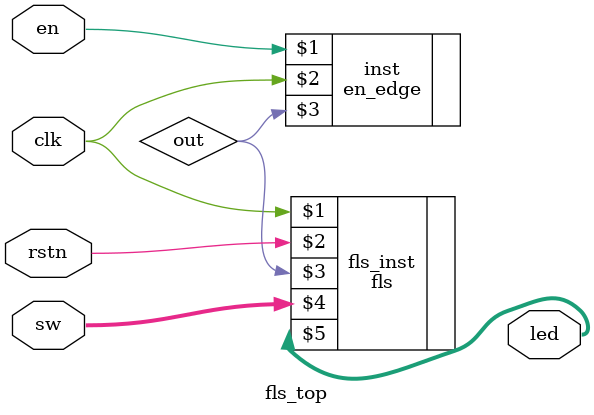
<source format=v>
`timescale 1ns / 1ps


module fls_top (
        input clk,
        input rstn,
        input en,
        input [15:0] sw,
        output [15:0] led
    );

    wire out;
    en_edge inst(en, clk, out);
    fls fls_inst(clk, rstn, out, sw, led);
endmodule

</source>
